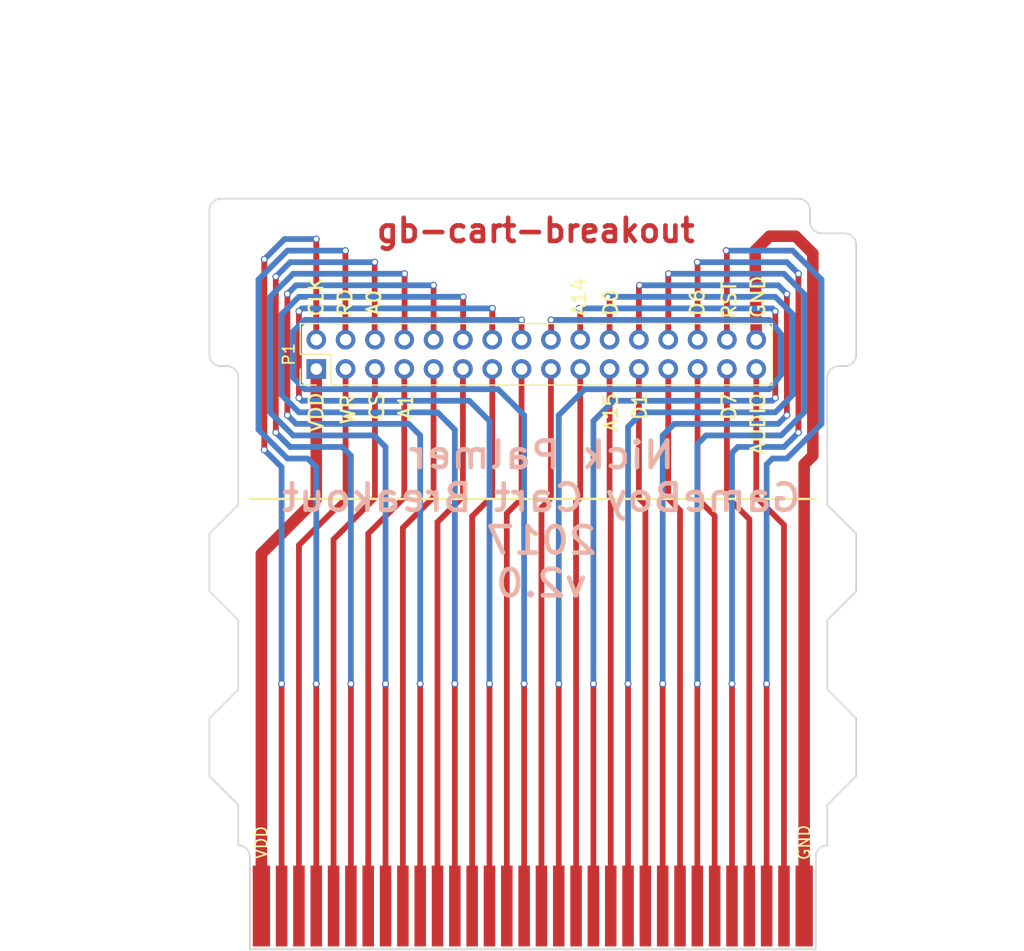
<source format=kicad_pcb>
(kicad_pcb (version 4) (host pcbnew 4.0.5)

  (general
    (links 32)
    (no_connects 0)
    (area 119.424999 42.924999 175.575001 108.075001)
    (thickness 1.6)
    (drawings 67)
    (tracks 265)
    (zones 0)
    (modules 2)
    (nets 33)
  )

  (page A4)
  (title_block
    (title "Gameboy Cartridge Breakout")
    (date 2017-03-05)
    (rev 2)
  )

  (layers
    (0 F.Cu signal)
    (31 B.Cu signal)
    (32 B.Adhes user)
    (33 F.Adhes user)
    (34 B.Paste user)
    (35 F.Paste user)
    (36 B.SilkS user)
    (37 F.SilkS user)
    (38 B.Mask user)
    (39 F.Mask user)
    (40 Dwgs.User user)
    (41 Cmts.User user)
    (42 Eco1.User user)
    (43 Eco2.User user)
    (44 Edge.Cuts user)
    (45 Margin user)
    (46 B.CrtYd user)
    (47 F.CrtYd user)
    (48 B.Fab user)
    (49 F.Fab user)
  )

  (setup
    (last_trace_width 0.5)
    (trace_clearance 0.25)
    (zone_clearance 0.508)
    (zone_45_only no)
    (trace_min 0.2)
    (segment_width 0.2)
    (edge_width 0.15)
    (via_size 0.6)
    (via_drill 0.4)
    (via_min_size 0.4)
    (via_min_drill 0.3)
    (uvia_size 0.3)
    (uvia_drill 0.1)
    (uvias_allowed no)
    (uvia_min_size 0.2)
    (uvia_min_drill 0.1)
    (pcb_text_width 0.3)
    (pcb_text_size 1.5 1.5)
    (mod_edge_width 0.15)
    (mod_text_size 1 1)
    (mod_text_width 0.15)
    (pad_size 1.5 7)
    (pad_drill 0)
    (pad_to_mask_clearance 0.2)
    (aux_axis_origin 0 0)
    (visible_elements 7FFFFFFF)
    (pcbplotparams
      (layerselection 0x010f0_80000001)
      (usegerberextensions false)
      (excludeedgelayer true)
      (linewidth 0.100000)
      (plotframeref false)
      (viasonmask false)
      (mode 1)
      (useauxorigin false)
      (hpglpennumber 1)
      (hpglpenspeed 20)
      (hpglpendiameter 15)
      (hpglpenoverlay 2)
      (psnegative false)
      (psa4output false)
      (plotreference false)
      (plotvalue false)
      (plotinvisibletext false)
      (padsonsilk false)
      (subtractmaskfromsilk false)
      (outputformat 1)
      (mirror false)
      (drillshape 0)
      (scaleselection 1)
      (outputdirectory gerbers/))
  )

  (net 0 "")
  (net 1 GND)
  (net 2 VDD)
  (net 3 CLK)
  (net 4 WR)
  (net 5 RD)
  (net 6 CS)
  (net 7 A0)
  (net 8 A1)
  (net 9 A2)
  (net 10 A3)
  (net 11 A4)
  (net 12 A5)
  (net 13 A6)
  (net 14 A7)
  (net 15 A8)
  (net 16 A9)
  (net 17 A10)
  (net 18 A11)
  (net 19 A12)
  (net 20 A13)
  (net 21 A14)
  (net 22 A15)
  (net 23 D0)
  (net 24 D1)
  (net 25 D2)
  (net 26 D3)
  (net 27 D4)
  (net 28 D5)
  (net 29 D6)
  (net 30 D7)
  (net 31 RST)
  (net 32 AUDIO)

  (net_class Default "This is the default net class."
    (clearance 0.25)
    (trace_width 0.5)
    (via_dia 0.6)
    (via_drill 0.4)
    (uvia_dia 0.3)
    (uvia_drill 0.1)
    (add_net A0)
    (add_net A1)
    (add_net A10)
    (add_net A11)
    (add_net A12)
    (add_net A13)
    (add_net A14)
    (add_net A15)
    (add_net A2)
    (add_net A3)
    (add_net A4)
    (add_net A5)
    (add_net A6)
    (add_net A7)
    (add_net A8)
    (add_net A9)
    (add_net AUDIO)
    (add_net CLK)
    (add_net CS)
    (add_net D0)
    (add_net D1)
    (add_net D2)
    (add_net D3)
    (add_net D4)
    (add_net D5)
    (add_net D6)
    (add_net D7)
    (add_net RD)
    (add_net RST)
    (add_net WR)
  )

  (net_class wide-track ""
    (clearance 0.25)
    (trace_width 1)
    (via_dia 0.6)
    (via_drill 0.4)
    (uvia_dia 0.3)
    (uvia_drill 0.1)
    (add_net GND)
    (add_net VDD)
  )

  (module Pin_Headers:Pin_Header_Straight_2x16_Pitch2.54mm (layer F.Cu) (tedit 58B71C80) (tstamp 589BB9BD)
    (at 128.75 57.75 90)
    (descr "Through hole straight pin header, 2x16, 2.54mm pitch, double rows")
    (tags "Through hole pin header THT 2x16 2.54mm double row")
    (path /589B8E32)
    (fp_text reference P1 (at 1.27 -2.39 90) (layer F.SilkS)
      (effects (font (size 1 1) (thickness 0.15)))
    )
    (fp_text value CONN_02X16 (at -2.5 19.25 180) (layer F.Fab)
      (effects (font (size 1 1) (thickness 0.15)))
    )
    (fp_line (start -1.27 -1.27) (end -1.27 39.37) (layer F.Fab) (width 0.1))
    (fp_line (start -1.27 39.37) (end 3.81 39.37) (layer F.Fab) (width 0.1))
    (fp_line (start 3.81 39.37) (end 3.81 -1.27) (layer F.Fab) (width 0.1))
    (fp_line (start 3.81 -1.27) (end -1.27 -1.27) (layer F.Fab) (width 0.1))
    (fp_line (start -1.39 1.27) (end -1.39 39.49) (layer F.SilkS) (width 0.12))
    (fp_line (start -1.39 39.49) (end 3.93 39.49) (layer F.SilkS) (width 0.12))
    (fp_line (start 3.93 39.49) (end 3.93 -1.39) (layer F.SilkS) (width 0.12))
    (fp_line (start 3.93 -1.39) (end 1.27 -1.39) (layer F.SilkS) (width 0.12))
    (fp_line (start 1.27 -1.39) (end 1.27 1.27) (layer F.SilkS) (width 0.12))
    (fp_line (start 1.27 1.27) (end -1.39 1.27) (layer F.SilkS) (width 0.12))
    (fp_line (start -1.39 0) (end -1.39 -1.39) (layer F.SilkS) (width 0.12))
    (fp_line (start -1.39 -1.39) (end 0 -1.39) (layer F.SilkS) (width 0.12))
    (fp_line (start -1.6 -1.6) (end -1.6 39.7) (layer F.CrtYd) (width 0.05))
    (fp_line (start -1.6 39.7) (end 4.1 39.7) (layer F.CrtYd) (width 0.05))
    (fp_line (start 4.1 39.7) (end 4.1 -1.6) (layer F.CrtYd) (width 0.05))
    (fp_line (start 4.1 -1.6) (end -1.6 -1.6) (layer F.CrtYd) (width 0.05))
    (pad 1 thru_hole rect (at 0 0 90) (size 1.7 1.7) (drill 1) (layers *.Cu *.Mask)
      (net 2 VDD))
    (pad 2 thru_hole oval (at 2.54 0 90) (size 1.7 1.7) (drill 1) (layers *.Cu *.Mask)
      (net 3 CLK))
    (pad 3 thru_hole oval (at 0 2.54 90) (size 1.7 1.7) (drill 1) (layers *.Cu *.Mask)
      (net 4 WR))
    (pad 4 thru_hole oval (at 2.54 2.54 90) (size 1.7 1.7) (drill 1) (layers *.Cu *.Mask)
      (net 5 RD))
    (pad 5 thru_hole oval (at 0 5.08 90) (size 1.7 1.7) (drill 1) (layers *.Cu *.Mask)
      (net 6 CS))
    (pad 6 thru_hole oval (at 2.54 5.08 90) (size 1.7 1.7) (drill 1) (layers *.Cu *.Mask)
      (net 7 A0))
    (pad 7 thru_hole oval (at 0 7.62 90) (size 1.7 1.7) (drill 1) (layers *.Cu *.Mask)
      (net 8 A1))
    (pad 8 thru_hole oval (at 2.54 7.62 90) (size 1.7 1.7) (drill 1) (layers *.Cu *.Mask)
      (net 9 A2))
    (pad 9 thru_hole oval (at 0 10.16 90) (size 1.7 1.7) (drill 1) (layers *.Cu *.Mask)
      (net 10 A3))
    (pad 10 thru_hole oval (at 2.54 10.16 90) (size 1.7 1.7) (drill 1) (layers *.Cu *.Mask)
      (net 11 A4))
    (pad 11 thru_hole oval (at 0 12.7 90) (size 1.7 1.7) (drill 1) (layers *.Cu *.Mask)
      (net 12 A5))
    (pad 12 thru_hole oval (at 2.54 12.7 90) (size 1.7 1.7) (drill 1) (layers *.Cu *.Mask)
      (net 13 A6))
    (pad 13 thru_hole oval (at 0 15.24 90) (size 1.7 1.7) (drill 1) (layers *.Cu *.Mask)
      (net 14 A7))
    (pad 14 thru_hole oval (at 2.54 15.24 90) (size 1.7 1.7) (drill 1) (layers *.Cu *.Mask)
      (net 15 A8))
    (pad 15 thru_hole oval (at 0 17.78 90) (size 1.7 1.7) (drill 1) (layers *.Cu *.Mask)
      (net 16 A9))
    (pad 16 thru_hole oval (at 2.54 17.78 90) (size 1.7 1.7) (drill 1) (layers *.Cu *.Mask)
      (net 17 A10))
    (pad 17 thru_hole oval (at 0 20.32 90) (size 1.7 1.7) (drill 1) (layers *.Cu *.Mask)
      (net 18 A11))
    (pad 18 thru_hole oval (at 2.54 20.32 90) (size 1.7 1.7) (drill 1) (layers *.Cu *.Mask)
      (net 19 A12))
    (pad 19 thru_hole oval (at 0 22.86 90) (size 1.7 1.7) (drill 1) (layers *.Cu *.Mask)
      (net 20 A13))
    (pad 20 thru_hole oval (at 2.54 22.86 90) (size 1.7 1.7) (drill 1) (layers *.Cu *.Mask)
      (net 21 A14))
    (pad 21 thru_hole oval (at 0 25.4 90) (size 1.7 1.7) (drill 1) (layers *.Cu *.Mask)
      (net 22 A15))
    (pad 22 thru_hole oval (at 2.54 25.4 90) (size 1.7 1.7) (drill 1) (layers *.Cu *.Mask)
      (net 23 D0))
    (pad 23 thru_hole oval (at 0 27.94 90) (size 1.7 1.7) (drill 1) (layers *.Cu *.Mask)
      (net 24 D1))
    (pad 24 thru_hole oval (at 2.54 27.94 90) (size 1.7 1.7) (drill 1) (layers *.Cu *.Mask)
      (net 25 D2))
    (pad 25 thru_hole oval (at 0 30.48 90) (size 1.7 1.7) (drill 1) (layers *.Cu *.Mask)
      (net 26 D3))
    (pad 26 thru_hole oval (at 2.54 30.48 90) (size 1.7 1.7) (drill 1) (layers *.Cu *.Mask)
      (net 27 D4))
    (pad 27 thru_hole oval (at 0 33.02 90) (size 1.7 1.7) (drill 1) (layers *.Cu *.Mask)
      (net 28 D5))
    (pad 28 thru_hole oval (at 2.54 33.02 90) (size 1.7 1.7) (drill 1) (layers *.Cu *.Mask)
      (net 29 D6))
    (pad 29 thru_hole oval (at 0 35.56 90) (size 1.7 1.7) (drill 1) (layers *.Cu *.Mask)
      (net 30 D7))
    (pad 30 thru_hole oval (at 2.54 35.56 90) (size 1.7 1.7) (drill 1) (layers *.Cu *.Mask)
      (net 31 RST))
    (pad 31 thru_hole oval (at 0 38.1 90) (size 1.7 1.7) (drill 1) (layers *.Cu *.Mask)
      (net 32 AUDIO))
    (pad 32 thru_hole oval (at 2.54 38.1 90) (size 1.7 1.7) (drill 1) (layers *.Cu *.Mask)
      (net 1 GND))
    (model Socket_Strips.3dshapes/Socket_Strip_Straight_2x16.wrl
      (at (xyz 0.05 -0.75 0))
      (scale (xyz 1 1 1))
      (rotate (xyz 0 0 90))
    )
  )

  (module GameBoy:gb-cart-connector (layer F.Cu) (tedit 58B70941) (tstamp 589BB989)
    (at 146.75 100.75)
    (path /589BA275)
    (fp_text reference CART1 (at -1.25 -1) (layer F.SilkS) hide
      (effects (font (size 1 1) (thickness 0.15)))
    )
    (fp_text value gb-cart (at -0.5 8) (layer F.Fab) hide
      (effects (font (size 1 1) (thickness 0.15)))
    )
    (fp_text user GND (at 24.25 -2 90) (layer F.SilkS)
      (effects (font (size 1 1) (thickness 0.15)))
    )
    (fp_text user VDD (at -22.75 -2 90) (layer F.SilkS)
      (effects (font (size 1 1) (thickness 0.15)))
    )
    (pad 32 connect rect (at 24.25 3.5) (size 1.5 7) (layers F.Cu F.Mask)
      (net 1 GND) (solder_mask_margin 0.5) (clearance 0.25))
    (pad 1 connect rect (at -22.75 3.5) (size 1.5 7) (layers F.Cu F.Mask)
      (net 2 VDD) (solder_mask_margin 0.5) (clearance 0.25))
    (pad 2 connect rect (at -21 3.5) (size 1 7) (layers F.Cu F.Mask)
      (net 3 CLK) (solder_mask_margin 0.5) (clearance 0.25))
    (pad 3 connect rect (at -19.5 3.5) (size 1 7) (layers F.Cu F.Mask)
      (net 4 WR) (solder_mask_margin 0.5) (clearance 0.25))
    (pad 4 connect rect (at -18 3.5) (size 1 7) (layers F.Cu F.Mask)
      (net 5 RD) (solder_mask_margin 0.5) (clearance 0.25))
    (pad 5 connect rect (at -16.5 3.5) (size 1 7) (layers F.Cu F.Mask)
      (net 6 CS) (solder_mask_margin 0.5) (clearance 0.25))
    (pad 6 connect rect (at -15 3.5) (size 1 7) (layers F.Cu F.Mask)
      (net 7 A0) (solder_mask_margin 0.5) (clearance 0.25))
    (pad 7 connect rect (at -13.5 3.5) (size 1 7) (layers F.Cu F.Mask)
      (net 8 A1) (solder_mask_margin 0.5) (clearance 0.25))
    (pad 8 connect rect (at -12 3.5) (size 1 7) (layers F.Cu F.Mask)
      (net 9 A2) (solder_mask_margin 0.5) (clearance 0.25))
    (pad 9 connect rect (at -10.5 3.5) (size 1 7) (layers F.Cu F.Mask)
      (net 10 A3) (solder_mask_margin 0.5) (clearance 0.25))
    (pad 10 connect rect (at -9 3.5) (size 1 7) (layers F.Cu F.Mask)
      (net 11 A4) (solder_mask_margin 0.5) (clearance 0.25))
    (pad 11 connect rect (at -7.5 3.5) (size 1 7) (layers F.Cu F.Mask)
      (net 12 A5) (solder_mask_margin 0.5) (clearance 0.25))
    (pad 12 connect rect (at -6 3.5) (size 1 7) (layers F.Cu F.Mask)
      (net 13 A6) (solder_mask_margin 0.5) (clearance 0.25))
    (pad 13 connect rect (at -4.5 3.5) (size 1 7) (layers F.Cu F.Mask)
      (net 14 A7) (solder_mask_margin 0.5) (clearance 0.25))
    (pad 14 connect rect (at -3 3.5) (size 1 7) (layers F.Cu F.Mask)
      (net 15 A8) (solder_mask_margin 0.5) (clearance 0.25))
    (pad 15 connect rect (at -1.5 3.5) (size 1 7) (layers F.Cu F.Mask)
      (net 16 A9) (solder_mask_margin 0.5) (clearance 0.25))
    (pad 16 connect rect (at 0 3.5) (size 1 7) (layers F.Cu F.Mask)
      (net 17 A10) (solder_mask_margin 0.5) (clearance 0.25))
    (pad 17 connect rect (at 1.5 3.5) (size 1 7) (layers F.Cu F.Mask)
      (net 18 A11) (solder_mask_margin 0.5) (clearance 0.25))
    (pad 18 connect rect (at 3 3.5) (size 1 7) (layers F.Cu F.Mask)
      (net 19 A12) (solder_mask_margin 0.5) (clearance 0.25))
    (pad 19 connect rect (at 4.5 3.5) (size 1 7) (layers F.Cu F.Mask)
      (net 20 A13) (solder_mask_margin 0.5) (clearance 0.25))
    (pad 20 connect rect (at 6 3.5) (size 1 7) (layers F.Cu F.Mask)
      (net 21 A14) (solder_mask_margin 0.5) (clearance 0.25))
    (pad 21 connect rect (at 7.5 3.5) (size 1 7) (layers F.Cu F.Mask)
      (net 22 A15) (solder_mask_margin 0.5) (clearance 0.25))
    (pad 22 connect rect (at 9 3.5) (size 1 7) (layers F.Cu F.Mask)
      (net 23 D0) (solder_mask_margin 0.5) (clearance 0.25))
    (pad 23 connect rect (at 10.5 3.5) (size 1 7) (layers F.Cu F.Mask)
      (net 24 D1) (solder_mask_margin 0.5) (clearance 0.25))
    (pad 24 connect rect (at 12 3.5) (size 1 7) (layers F.Cu F.Mask)
      (net 25 D2) (solder_mask_margin 0.5) (clearance 0.25))
    (pad 25 connect rect (at 13.5 3.5) (size 1 7) (layers F.Cu F.Mask)
      (net 26 D3) (solder_mask_margin 0.5) (clearance 0.25))
    (pad 26 connect rect (at 15 3.5) (size 1 7) (layers F.Cu F.Mask)
      (net 27 D4) (solder_mask_margin 0.5) (clearance 0.25))
    (pad 27 connect rect (at 16.5 3.5) (size 1 7) (layers F.Cu F.Mask)
      (net 28 D5) (solder_mask_margin 0.5) (clearance 0.25))
    (pad 28 connect rect (at 18 3.5) (size 1 7) (layers F.Cu F.Mask)
      (net 29 D6) (solder_mask_margin 0.5) (clearance 0.25))
    (pad 29 connect rect (at 19.5 3.5) (size 1 7) (layers F.Cu F.Mask)
      (net 30 D7) (solder_mask_margin 0.5) (clearance 0.25))
    (pad 30 connect rect (at 21 3.5) (size 1 7) (layers F.Cu F.Mask)
      (net 31 RST) (solder_mask_margin 0.5) (clearance 0.25))
    (pad 31 connect rect (at 22.5 3.5) (size 1 7) (layers F.Cu F.Mask)
      (net 32 AUDIO) (solder_mask_margin 0.5) (clearance 0.25))
  )

  (gr_text gb-cart-breakout (at 147.75 45.75) (layer F.Mask)
    (effects (font (size 2 2) (thickness 0.375)))
  )
  (gr_text gb-cart-breakout (at 147.75 45.75) (layer F.Cu)
    (effects (font (size 2 2) (thickness 0.4)))
  )
  (gr_text "Nick Palmer\nGameBoy Cart Breakout\n2017\nv2.0" (at 148.25 70.75) (layer B.SilkS)
    (effects (font (size 2.3 2.5) (thickness 0.4)) (justify mirror))
  )
  (gr_text AUDIO (at 167 62.5 90) (layer F.SilkS)
    (effects (font (size 1.2 1.2) (thickness 0.2)))
  )
  (gr_text D7 (at 164.5 61 90) (layer F.SilkS)
    (effects (font (size 1.2 1.2) (thickness 0.2)))
  )
  (gr_text D1 (at 156.75 61 90) (layer F.SilkS)
    (effects (font (size 1.2 1.2) (thickness 0.2)))
  )
  (gr_text GND (at 167 51.5 90) (layer F.SilkS)
    (effects (font (size 1.2 1.2) (thickness 0.2)))
  )
  (gr_text RST (at 164.5 50 90) (layer F.SilkS)
    (effects (font (size 1.2 1.2) (thickness 0.2)) (justify right))
  )
  (gr_text D6 (at 161.75 52 90) (layer F.SilkS)
    (effects (font (size 1.2 1.2) (thickness 0.2)))
  )
  (gr_text D0 (at 154.25 52 90) (layer F.SilkS)
    (effects (font (size 1.2 1.2) (thickness 0.2)))
  )
  (gr_text A14 (at 151.5 51.5 90) (layer F.SilkS)
    (effects (font (size 1.2 1.2) (thickness 0.2)))
  )
  (gr_text A1 (at 136.5 61 90) (layer F.SilkS)
    (effects (font (size 1.2 1.2) (thickness 0.2)))
  )
  (gr_text A15 (at 154.25 61.5 90) (layer F.SilkS)
    (effects (font (size 1.2 1.2) (thickness 0.2)))
  )
  (gr_text A0 (at 133.75 52 90) (layer F.SilkS)
    (effects (font (size 1.2 1.2) (thickness 0.2)))
  )
  (gr_text CS (at 134 61 90) (layer F.SilkS)
    (effects (font (size 1.2 1.2) (thickness 0.2)))
  )
  (gr_text WR (at 131.5 61.25 90) (layer F.SilkS)
    (effects (font (size 1.2 1.2) (thickness 0.2)))
  )
  (gr_text VDD (at 128.75 61.5 90) (layer F.SilkS)
    (effects (font (size 1.2 1.2) (thickness 0.2)))
  )
  (gr_text RD (at 131.25 52 90) (layer F.SilkS)
    (effects (font (size 1.2 1.2) (thickness 0.2)))
  )
  (gr_text CLK (at 128.75 51.5 90) (layer F.SilkS)
    (effects (font (size 1.2 1.2) (thickness 0.2)))
  )
  (gr_line (start 123 69) (end 172 69) (angle 90) (layer F.SilkS) (width 0.2))
  (dimension 28.5 (width 0.3) (layer B.Fab)
    (gr_text "28.500 mm" (at 133.25 38.15) (layer B.Fab)
      (effects (font (size 1.5 1.5) (thickness 0.3)))
    )
    (feature1 (pts (xy 147.5 43) (xy 147.5 36.8)))
    (feature2 (pts (xy 119 43) (xy 119 36.8)))
    (crossbar (pts (xy 119 39.5) (xy 147.5 39.5)))
    (arrow1a (pts (xy 147.5 39.5) (xy 146.373496 40.086421)))
    (arrow1b (pts (xy 147.5 39.5) (xy 146.373496 38.913579)))
    (arrow2a (pts (xy 119 39.5) (xy 120.126504 40.086421)))
    (arrow2b (pts (xy 119 39.5) (xy 120.126504 38.913579)))
  )
  (gr_line (start 122 58.5) (end 122 69) (angle 90) (layer Edge.Cuts) (width 0.15))
  (gr_line (start 120.5 57.5) (end 121 57.5) (angle 90) (layer Edge.Cuts) (width 0.15))
  (gr_line (start 119.5 44) (end 119.5 56.5) (angle 90) (layer Edge.Cuts) (width 0.15))
  (gr_arc (start 121 58.5) (end 121 57.5) (angle 90) (layer Edge.Cuts) (width 0.15))
  (gr_arc (start 120.5 56.5) (end 120.5 57.5) (angle 90) (layer Edge.Cuts) (width 0.15))
  (gr_arc (start 120.5 44) (end 119.5 44) (angle 90) (layer Edge.Cuts) (width 0.15))
  (gr_line (start 170.5 43) (end 120.5 43) (angle 90) (layer Edge.Cuts) (width 0.15))
  (gr_line (start 171.5 45) (end 171.5 44) (angle 90) (layer Edge.Cuts) (width 0.15))
  (gr_line (start 174.5 46) (end 172.5 46) (angle 90) (layer Edge.Cuts) (width 0.15))
  (gr_line (start 175.5 56.5) (end 175.5 47) (angle 90) (layer Edge.Cuts) (width 0.15))
  (gr_line (start 174 57.5) (end 174.5 57.5) (angle 90) (layer Edge.Cuts) (width 0.15))
  (gr_arc (start 170.5 44) (end 170.5 43) (angle 90) (layer Edge.Cuts) (width 0.15))
  (gr_arc (start 172.5 45) (end 172.5 46) (angle 90) (layer Edge.Cuts) (width 0.15))
  (gr_arc (start 174.5 47) (end 174.5 46) (angle 90) (layer Edge.Cuts) (width 0.15))
  (gr_arc (start 174.5 56.5) (end 175.5 56.5) (angle 90) (layer Edge.Cuts) (width 0.15))
  (gr_line (start 173 69) (end 173 58.5) (angle 90) (layer Edge.Cuts) (width 0.15))
  (gr_arc (start 174 58.5) (end 173 58.5) (angle 90) (layer Edge.Cuts) (width 0.15))
  (gr_line (start 173 69.5) (end 173 69) (angle 90) (layer Edge.Cuts) (width 0.15))
  (gr_line (start 122 69.5) (end 122 69) (angle 90) (layer Edge.Cuts) (width 0.15))
  (gr_line (start 119.5 72) (end 122 69.5) (angle 90) (layer Edge.Cuts) (width 0.15))
  (gr_line (start 119.5 77) (end 119.5 72) (angle 90) (layer Edge.Cuts) (width 0.15))
  (gr_line (start 122 79.5) (end 119.5 77) (angle 90) (layer Edge.Cuts) (width 0.15))
  (gr_line (start 122 85.5) (end 122 79.5) (angle 90) (layer Edge.Cuts) (width 0.15))
  (gr_line (start 119.5 88) (end 122 85.5) (angle 90) (layer Edge.Cuts) (width 0.15))
  (gr_line (start 119.5 93) (end 119.5 88) (angle 90) (layer Edge.Cuts) (width 0.15))
  (gr_line (start 122 95.5) (end 119.5 93) (angle 90) (layer Edge.Cuts) (width 0.15))
  (gr_line (start 122 99) (end 122 95.5) (angle 90) (layer Edge.Cuts) (width 0.15))
  (gr_line (start 175.5 72) (end 173 69.5) (angle 90) (layer Edge.Cuts) (width 0.15))
  (gr_line (start 175.5 77) (end 175.5 72) (angle 90) (layer Edge.Cuts) (width 0.15))
  (gr_line (start 173 79.5) (end 175.5 77) (angle 90) (layer Edge.Cuts) (width 0.15))
  (gr_line (start 173 85.5) (end 173 79.5) (angle 90) (layer Edge.Cuts) (width 0.15))
  (gr_line (start 175.5 88) (end 173 85.5) (angle 90) (layer Edge.Cuts) (width 0.15))
  (gr_line (start 175.5 93) (end 175.5 88) (angle 90) (layer Edge.Cuts) (width 0.15))
  (gr_line (start 173 95.5) (end 175.5 93) (angle 90) (layer Edge.Cuts) (width 0.15))
  (gr_line (start 173 99) (end 173 95.5) (angle 90) (layer Edge.Cuts) (width 0.15))
  (gr_line (start 176 40) (end 176 108) (angle 90) (layer B.Fab) (width 0.2))
  (gr_line (start 119 43) (end 119 108) (angle 90) (layer B.Fab) (width 0.2))
  (dimension 65 (width 0.3) (layer F.Fab)
    (gr_text "65.000 mm" (at 107.65 75.5 270) (layer F.Fab)
      (effects (font (size 1.5 1.5) (thickness 0.3)))
    )
    (feature1 (pts (xy 119 108) (xy 106.3 108)))
    (feature2 (pts (xy 119 43) (xy 106.3 43)))
    (crossbar (pts (xy 109 43) (xy 109 108)))
    (arrow1a (pts (xy 109 108) (xy 108.413579 106.873496)))
    (arrow1b (pts (xy 109 108) (xy 109.586421 106.873496)))
    (arrow2a (pts (xy 109 43) (xy 108.413579 44.126504)))
    (arrow2b (pts (xy 109 43) (xy 109.586421 44.126504)))
  )
  (dimension 3 (width 0.3) (layer F.Fab)
    (gr_text "3.000 mm" (at 190.5 44 90) (layer F.Fab) (tstamp 589BAC14)
      (effects (font (size 1.5 1.5) (thickness 0.3)))
    )
    (feature1 (pts (xy 176 43) (xy 188.7 43)))
    (feature2 (pts (xy 176 46) (xy 188.7 46)))
    (crossbar (pts (xy 186 46) (xy 186 43)))
    (arrow1a (pts (xy 186 43) (xy 186.586421 44.126504)))
    (arrow1b (pts (xy 186 43) (xy 185.413579 44.126504)))
    (arrow2a (pts (xy 186 46) (xy 186.586421 44.873496)))
    (arrow2b (pts (xy 186 46) (xy 185.413579 44.873496)))
  )
  (dimension 4.5 (width 0.3) (layer F.Fab)
    (gr_text "4.500 mm" (at 175 35) (layer F.Fab)
      (effects (font (size 1.5 1.5) (thickness 0.3)))
    )
    (feature1 (pts (xy 171.5 43) (xy 171.5 36.8)))
    (feature2 (pts (xy 176 43) (xy 176 36.8)))
    (crossbar (pts (xy 176 39.5) (xy 171.5 39.5)))
    (arrow1a (pts (xy 171.5 39.5) (xy 172.626504 38.913579)))
    (arrow1b (pts (xy 171.5 39.5) (xy 172.626504 40.086421)))
    (arrow2a (pts (xy 176 39.5) (xy 174.873496 38.913579)))
    (arrow2b (pts (xy 176 39.5) (xy 174.873496 40.086421)))
  )
  (dimension 57 (width 0.3) (layer F.Fab)
    (gr_text "57.000 mm" (at 147.5 27.65) (layer F.Fab)
      (effects (font (size 1.5 1.5) (thickness 0.3)))
    )
    (feature1 (pts (xy 119 43) (xy 119 26.3)))
    (feature2 (pts (xy 176 43) (xy 176 26.3)))
    (crossbar (pts (xy 176 29) (xy 119 29)))
    (arrow1a (pts (xy 119 29) (xy 120.126504 28.413579)))
    (arrow1b (pts (xy 119 29) (xy 120.126504 29.586421)))
    (arrow2a (pts (xy 176 29) (xy 174.873496 28.413579)))
    (arrow2b (pts (xy 176 29) (xy 174.873496 29.586421)))
  )
  (gr_arc (start 173 100) (end 172 100) (angle 90) (layer Edge.Cuts) (width 0.15))
  (gr_arc (start 122 100) (end 122 99) (angle 90) (layer Edge.Cuts) (width 0.15))
  (gr_line (start 172 108) (end 172 100) (angle 90) (layer Edge.Cuts) (width 0.15))
  (gr_line (start 123 108) (end 123 100) (angle 90) (layer Edge.Cuts) (width 0.15))
  (gr_line (start 123 108) (end 172 108) (angle 90) (layer Edge.Cuts) (width 0.15))

  (segment (start 171 104.25) (end 171 66) (width 1) (layer F.Cu) (net 1))
  (segment (start 171 66) (end 171.75 65.25) (width 1) (layer F.Cu) (net 1) (tstamp 58BC6E06))
  (segment (start 171.75 65.25) (end 171.75 47.75) (width 1) (layer F.Cu) (net 1) (tstamp 58BC6E0C))
  (segment (start 171.75 47.75) (end 170.25 46.25) (width 1) (layer F.Cu) (net 1) (tstamp 58BC6E18))
  (segment (start 170.25 46.25) (end 168 46.25) (width 1) (layer F.Cu) (net 1) (tstamp 58BC6E1C))
  (segment (start 166.75 47.5) (end 166.85 55.21) (width 1) (layer F.Cu) (net 1) (tstamp 58BC6E23))
  (segment (start 168 46.25) (end 166.75 47.5) (width 1) (layer F.Cu) (net 1) (tstamp 58BC6E1F))
  (segment (start 124 73.75) (end 124 104.25) (width 1) (layer F.Cu) (net 2) (tstamp 58B711E3))
  (segment (start 128.75 69) (end 124 73.75) (width 1) (layer F.Cu) (net 2) (tstamp 58B711DF))
  (segment (start 128.75 57.75) (end 128.75 69) (width 1) (layer F.Cu) (net 2))
  (segment (start 128.75 46.5) (end 128.75 55.21) (width 0.5) (layer F.Cu) (net 3) (tstamp 58B7156C))
  (via (at 128.75 46.5) (size 0.6) (drill 0.4) (layers F.Cu B.Cu) (net 3))
  (segment (start 126 46.5) (end 128.75 46.5) (width 0.5) (layer B.Cu) (net 3) (tstamp 58B71564))
  (segment (start 124.25 48.25) (end 126 46.5) (width 0.5) (layer B.Cu) (net 3) (tstamp 58B71563))
  (via (at 124.25 48.25) (size 0.6) (drill 0.4) (layers F.Cu B.Cu) (net 3))
  (segment (start 124.25 64.75) (end 124.25 48.25) (width 0.5) (layer F.Cu) (net 3) (tstamp 58B71550))
  (via (at 124.25 64.75) (size 0.6) (drill 0.4) (layers F.Cu B.Cu) (net 3))
  (segment (start 125.75 66.25) (end 124.25 64.75) (width 0.5) (layer B.Cu) (net 3) (tstamp 58B7153C))
  (segment (start 125.75 69) (end 125.75 66.25) (width 0.5) (layer B.Cu) (net 3))
  (segment (start 125.75 85) (end 125.75 69) (width 0.5) (layer B.Cu) (net 3) (tstamp 58B70F0A))
  (via (at 125.75 85) (size 0.6) (drill 0.4) (layers F.Cu B.Cu) (net 3))
  (segment (start 125.75 104.25) (end 125.75 85) (width 0.5) (layer F.Cu) (net 3))
  (segment (start 127.25 73) (end 127.25 104.25) (width 0.5) (layer F.Cu) (net 4) (tstamp 58B70EAB))
  (segment (start 131.29 68.96) (end 127.25 73) (width 0.5) (layer F.Cu) (net 4) (tstamp 58B70EAA))
  (segment (start 131.29 57.75) (end 131.29 68.96) (width 0.5) (layer F.Cu) (net 4))
  (segment (start 131.27 55.19) (end 131.27 47.5) (width 0.5) (layer F.Cu) (net 5))
  (segment (start 126.25 47.5) (end 131.27 47.5) (width 0.5) (layer B.Cu) (net 5) (tstamp 58B714F9))
  (via (at 131.27 47.5) (size 0.6) (drill 0.4) (layers F.Cu B.Cu) (net 5))
  (segment (start 126.25 65.5) (end 123.75 63) (width 0.5) (layer B.Cu) (net 5) (tstamp 58B714E3))
  (segment (start 123.75 63) (end 123.75 50) (width 0.5) (layer B.Cu) (net 5) (tstamp 58B714EA))
  (segment (start 123.75 50) (end 126.25 47.5) (width 0.5) (layer B.Cu) (net 5) (tstamp 58B714F4))
  (segment (start 131.27 55.19) (end 131.29 55.21) (width 0.5) (layer F.Cu) (net 5) (tstamp 58B718C0))
  (segment (start 128.75 66.25) (end 128 65.5) (width 0.5) (layer B.Cu) (net 5) (tstamp 58B714DB))
  (segment (start 128 65.5) (end 126.25 65.5) (width 0.5) (layer B.Cu) (net 5) (tstamp 58B714DF))
  (segment (start 128.75 85) (end 128.75 104.25) (width 0.5) (layer F.Cu) (net 5))
  (segment (start 128.75 85) (end 128.75 69) (width 0.5) (layer B.Cu) (net 5) (tstamp 58B70F34))
  (via (at 128.75 85) (size 0.6) (drill 0.4) (layers F.Cu B.Cu) (net 5))
  (segment (start 128.75 69) (end 128.75 66.25) (width 0.5) (layer B.Cu) (net 5))
  (segment (start 130.25 72.5) (end 130.25 104.25) (width 0.5) (layer F.Cu) (net 6) (tstamp 58B70EB9))
  (segment (start 133.83 68.92) (end 130.25 72.5) (width 0.5) (layer F.Cu) (net 6) (tstamp 58B70EB8))
  (segment (start 133.83 57.75) (end 133.83 68.92) (width 0.5) (layer F.Cu) (net 6))
  (segment (start 133.81 55.19) (end 133.81 48.5) (width 0.5) (layer F.Cu) (net 7))
  (via (at 133.81 48.5) (size 0.6) (drill 0.4) (layers F.Cu B.Cu) (net 7))
  (segment (start 126.5 48.5) (end 133.81 48.5) (width 0.5) (layer B.Cu) (net 7) (tstamp 58B714BE))
  (segment (start 133.81 55.19) (end 133.83 55.21) (width 0.5) (layer F.Cu) (net 7) (tstamp 58B718A3))
  (segment (start 125.25 49.75) (end 126.5 48.5) (width 0.5) (layer B.Cu) (net 7) (tstamp 58B714BD))
  (via (at 125.25 49.75) (size 0.6) (drill 0.4) (layers F.Cu B.Cu) (net 7))
  (segment (start 125.25 63.25) (end 125.25 49.75) (width 0.5) (layer F.Cu) (net 7) (tstamp 58B714B2))
  (segment (start 131.75 65.25) (end 131 64.5) (width 0.5) (layer B.Cu) (net 7) (tstamp 58B71491))
  (segment (start 131.75 85) (end 131.75 104.25) (width 0.5) (layer F.Cu) (net 7))
  (segment (start 131.75 85) (end 131.75 69) (width 0.5) (layer B.Cu) (net 7) (tstamp 58B70F4A))
  (via (at 131.75 85) (size 0.6) (drill 0.4) (layers F.Cu B.Cu) (net 7))
  (segment (start 131.75 69) (end 131.75 65.25) (width 0.5) (layer B.Cu) (net 7))
  (segment (start 131 64.5) (end 126.5 64.5) (width 0.5) (layer B.Cu) (net 7) (tstamp 58B71499))
  (segment (start 126.5 64.5) (end 125.25 63.25) (width 0.5) (layer B.Cu) (net 7) (tstamp 58B7149E))
  (via (at 125.25 63.25) (size 0.6) (drill 0.4) (layers F.Cu B.Cu) (net 7))
  (segment (start 133.25 72) (end 133.25 104.25) (width 0.5) (layer F.Cu) (net 8) (tstamp 58B70EBE))
  (segment (start 136.37 68.88) (end 133.25 72) (width 0.5) (layer F.Cu) (net 8) (tstamp 58B70EBD))
  (segment (start 136.37 57.75) (end 136.37 68.88) (width 0.5) (layer F.Cu) (net 8))
  (segment (start 136.4 55.18) (end 136.4 49.5) (width 0.5) (layer F.Cu) (net 9))
  (via (at 136.4 49.5) (size 0.6) (drill 0.4) (layers F.Cu B.Cu) (net 9))
  (segment (start 126.75 49.5) (end 136.4 49.5) (width 0.5) (layer B.Cu) (net 9) (tstamp 58B71450))
  (segment (start 136.4 55.18) (end 136.37 55.21) (width 0.5) (layer F.Cu) (net 9) (tstamp 58B717E6))
  (segment (start 124.75 51.5) (end 126.75 49.5) (width 0.5) (layer B.Cu) (net 9) (tstamp 58B7144B))
  (segment (start 124.75 61.5) (end 124.75 51.5) (width 0.5) (layer B.Cu) (net 9) (tstamp 58B71440))
  (segment (start 126.75 63.5) (end 124.75 61.5) (width 0.5) (layer B.Cu) (net 9) (tstamp 58B71435))
  (segment (start 134.75 64.5) (end 133.75 63.5) (width 0.5) (layer B.Cu) (net 9) (tstamp 58B71429))
  (segment (start 134.75 85) (end 134.75 104.25) (width 0.5) (layer F.Cu) (net 9))
  (segment (start 134.75 85) (end 134.75 69) (width 0.5) (layer B.Cu) (net 9) (tstamp 58B70F5B))
  (via (at 134.75 85) (size 0.6) (drill 0.4) (layers F.Cu B.Cu) (net 9))
  (segment (start 134.75 69) (end 134.75 64.5) (width 0.5) (layer B.Cu) (net 9))
  (segment (start 133.75 63.5) (end 126.75 63.5) (width 0.5) (layer B.Cu) (net 9) (tstamp 58B7142F))
  (segment (start 136.25 71.5) (end 136.25 104.25) (width 0.5) (layer F.Cu) (net 10) (tstamp 58B70EC3))
  (segment (start 138.91 68.84) (end 136.25 71.5) (width 0.5) (layer F.Cu) (net 10) (tstamp 58B70EC2))
  (segment (start 138.91 57.75) (end 138.91 68.84) (width 0.5) (layer F.Cu) (net 10))
  (segment (start 138.91 55.21) (end 138.91 50.51) (width 0.5) (layer F.Cu) (net 11))
  (via (at 138.9 50.5) (size 0.6) (drill 0.4) (layers F.Cu B.Cu) (net 11))
  (segment (start 127 50.5) (end 138.9 50.5) (width 0.5) (layer B.Cu) (net 11) (tstamp 58B713FA))
  (segment (start 138.91 50.51) (end 138.9 50.5) (width 0.5) (layer F.Cu) (net 11) (tstamp 58B717B6))
  (segment (start 126.25 51.25) (end 127 50.5) (width 0.5) (layer B.Cu) (net 11) (tstamp 58B713F9))
  (via (at 126.25 51.25) (size 0.6) (drill 0.4) (layers F.Cu B.Cu) (net 11))
  (segment (start 126.25 61.75) (end 126.25 51.25) (width 0.5) (layer F.Cu) (net 11) (tstamp 58B713F1))
  (segment (start 137.75 63.5) (end 136.75 62.5) (width 0.5) (layer B.Cu) (net 11) (tstamp 58B713D1))
  (segment (start 137.75 85) (end 137.75 104.25) (width 0.5) (layer F.Cu) (net 11))
  (segment (start 137.75 85) (end 137.75 69) (width 0.5) (layer B.Cu) (net 11) (tstamp 58B70FBE))
  (via (at 137.75 85) (size 0.6) (drill 0.4) (layers F.Cu B.Cu) (net 11))
  (segment (start 137.75 69) (end 137.75 63.5) (width 0.5) (layer B.Cu) (net 11))
  (segment (start 136.75 62.5) (end 127 62.5) (width 0.5) (layer B.Cu) (net 11) (tstamp 58B713DC))
  (segment (start 127 62.5) (end 126.25 61.75) (width 0.5) (layer B.Cu) (net 11) (tstamp 58B713E9))
  (via (at 126.25 61.75) (size 0.6) (drill 0.4) (layers F.Cu B.Cu) (net 11))
  (segment (start 139.25 71) (end 139.25 104.25) (width 0.5) (layer F.Cu) (net 12) (tstamp 58B70EC8))
  (segment (start 141.45 68.8) (end 139.25 71) (width 0.5) (layer F.Cu) (net 12) (tstamp 58B70EC7))
  (segment (start 141.45 57.75) (end 141.45 68.8) (width 0.5) (layer F.Cu) (net 12))
  (segment (start 141.47 55.19) (end 141.47 51.5) (width 0.5) (layer F.Cu) (net 13))
  (segment (start 127.25 51.5) (end 141.47 51.5) (width 0.5) (layer B.Cu) (net 13) (tstamp 58B71308))
  (segment (start 125.75 53) (end 127.25 51.5) (width 0.5) (layer B.Cu) (net 13) (tstamp 58B71304))
  (segment (start 125.75 60) (end 125.75 53) (width 0.5) (layer B.Cu) (net 13) (tstamp 58B712EE))
  (segment (start 127.25 61.5) (end 125.75 60) (width 0.5) (layer B.Cu) (net 13) (tstamp 58B712E9))
  (segment (start 139.25 61.5) (end 127.25 61.5) (width 0.5) (layer B.Cu) (net 13) (tstamp 58B712DF))
  (segment (start 140.75 69) (end 140.75 63) (width 0.5) (layer B.Cu) (net 13))
  (segment (start 140.75 85) (end 140.75 69) (width 0.5) (layer B.Cu) (net 13) (tstamp 58B70FB1))
  (via (at 141.47 51.5) (size 0.6) (drill 0.4) (layers F.Cu B.Cu) (net 13))
  (segment (start 140.75 63) (end 139.25 61.5) (width 0.5) (layer B.Cu) (net 13) (tstamp 58B712D8))
  (segment (start 141.47 55.19) (end 141.45 55.21) (width 0.5) (layer F.Cu) (net 13) (tstamp 58B71872))
  (via (at 140.75 85) (size 0.6) (drill 0.4) (layers F.Cu B.Cu) (net 13))
  (segment (start 140.75 85) (end 140.75 104.25) (width 0.5) (layer F.Cu) (net 13))
  (segment (start 142.25 70.5) (end 142.25 104.25) (width 0.5) (layer F.Cu) (net 14) (tstamp 58B70ECD))
  (segment (start 143.99 68.76) (end 142.25 70.5) (width 0.5) (layer F.Cu) (net 14) (tstamp 58B70ECC))
  (segment (start 143.99 57.75) (end 143.99 68.76) (width 0.5) (layer F.Cu) (net 14))
  (segment (start 127.5 52.5) (end 144 52.5) (width 0.5) (layer B.Cu) (net 15) (tstamp 58B7126F))
  (segment (start 127.25 52.75) (end 127.5 52.5) (width 0.5) (layer B.Cu) (net 15) (tstamp 58B7126E))
  (via (at 127.25 52.75) (size 0.6) (drill 0.4) (layers F.Cu B.Cu) (net 15))
  (segment (start 143.99 52.51) (end 143.99 55.21) (width 0.5) (layer F.Cu) (net 15) (tstamp 58B7127E))
  (segment (start 144 52.5) (end 143.99 52.51) (width 0.5) (layer F.Cu) (net 15) (tstamp 58B7127D))
  (via (at 144 52.5) (size 0.6) (drill 0.4) (layers F.Cu B.Cu) (net 15))
  (segment (start 127.25 60.25) (end 127.25 52.75) (width 0.5) (layer F.Cu) (net 15))
  (via (at 127.25 60.25) (size 0.6) (drill 0.4) (layers F.Cu B.Cu) (net 15))
  (segment (start 127.5 60.5) (end 127.25 60.25) (width 0.5) (layer B.Cu) (net 15) (tstamp 58B7122C))
  (segment (start 142 60.5) (end 127.5 60.5) (width 0.5) (layer B.Cu) (net 15) (tstamp 58B71225))
  (segment (start 143.75 62.25) (end 142 60.5) (width 0.5) (layer B.Cu) (net 15) (tstamp 58B7121C))
  (segment (start 143.75 69) (end 143.75 62.25) (width 0.5) (layer B.Cu) (net 15) (tstamp 58B71218))
  (segment (start 143.75 85) (end 143.75 69) (width 0.5) (layer B.Cu) (net 15) (tstamp 58B71217))
  (via (at 143.75 85) (size 0.6) (drill 0.4) (layers F.Cu B.Cu) (net 15))
  (segment (start 143.75 104.25) (end 143.75 85) (width 0.5) (layer F.Cu) (net 15))
  (segment (start 145.25 70.25) (end 145.25 104.25) (width 0.5) (layer F.Cu) (net 16) (tstamp 58B70ED1))
  (segment (start 146.53 68.97) (end 145.25 70.25) (width 0.5) (layer F.Cu) (net 16) (tstamp 58B70ED0))
  (segment (start 146.53 57.75) (end 146.53 68.97) (width 0.5) (layer F.Cu) (net 16))
  (segment (start 146.53 53.5) (end 146.53 55.21) (width 0.5) (layer F.Cu) (net 17))
  (segment (start 126.75 54.5) (end 127.75 53.5) (width 0.5) (layer B.Cu) (net 17) (tstamp 58B71003))
  (segment (start 126.75 58.5) (end 126.75 54.5) (width 0.5) (layer B.Cu) (net 17) (tstamp 58B70FF9))
  (segment (start 127.75 59.5) (end 126.75 58.5) (width 0.5) (layer B.Cu) (net 17) (tstamp 58B70FF5))
  (segment (start 146.53 53.5) (end 146.56 53.53) (width 0.5) (layer F.Cu) (net 17) (tstamp 58B71016))
  (via (at 146.53 53.5) (size 0.6) (drill 0.4) (layers F.Cu B.Cu) (net 17))
  (segment (start 127.75 53.5) (end 146.53 53.5) (width 0.5) (layer B.Cu) (net 17) (tstamp 58B71008))
  (segment (start 146.75 69) (end 146.75 61.75) (width 0.5) (layer B.Cu) (net 17))
  (segment (start 146.75 104.25) (end 146.75 85) (width 0.5) (layer F.Cu) (net 17))
  (via (at 146.75 85) (size 0.6) (drill 0.4) (layers F.Cu B.Cu) (net 17))
  (segment (start 146.75 85) (end 146.75 69) (width 0.5) (layer B.Cu) (net 17) (tstamp 58B70F70))
  (segment (start 144.5 59.5) (end 127.75 59.5) (width 0.5) (layer B.Cu) (net 17) (tstamp 58B70FF0))
  (segment (start 146.75 61.75) (end 144.5 59.5) (width 0.5) (layer B.Cu) (net 17) (tstamp 58B70FDD))
  (segment (start 148.25 69.75) (end 148.25 104.25) (width 0.5) (layer F.Cu) (net 18) (tstamp 58B719A0))
  (segment (start 149.07 68.93) (end 148.25 69.75) (width 0.5) (layer F.Cu) (net 18) (tstamp 58B7199B))
  (segment (start 149.07 57.75) (end 149.07 68.93) (width 0.5) (layer F.Cu) (net 18))
  (segment (start 149.75 61.75) (end 152 59.5) (width 0.5) (layer B.Cu) (net 19))
  (segment (start 149.09 55.19) (end 149.09 53.5) (width 0.5) (layer F.Cu) (net 19))
  (via (at 149.09 53.5) (size 0.6) (drill 0.4) (layers F.Cu B.Cu) (net 19))
  (segment (start 168 53.5) (end 149.09 53.5) (width 0.5) (layer B.Cu) (net 19) (tstamp 58B71A6E))
  (segment (start 169 54.75) (end 168 53.5) (width 0.5) (layer B.Cu) (net 19) (tstamp 58B71A6C))
  (segment (start 169 58.25) (end 169 54.75) (width 0.5) (layer B.Cu) (net 19) (tstamp 58B71A63))
  (segment (start 168 59.5) (end 169 58.25) (width 0.5) (layer B.Cu) (net 19) (tstamp 58B71A5F))
  (segment (start 152 59.5) (end 168 59.5) (width 0.5) (layer B.Cu) (net 19) (tstamp 58B71A4C))
  (segment (start 149.09 55.19) (end 149.07 55.21) (width 0.5) (layer F.Cu) (net 19) (tstamp 58B71ADE))
  (segment (start 149 55.14) (end 149.07 55.21) (width 0.5) (layer F.Cu) (net 19) (tstamp 58B71A92))
  (segment (start 149.75 69) (end 149.75 61.75) (width 0.5) (layer B.Cu) (net 19) (tstamp 58B71B91))
  (segment (start 149.75 85) (end 149.75 69) (width 0.5) (layer B.Cu) (net 19))
  (via (at 149.75 85) (size 0.6) (drill 0.4) (layers F.Cu B.Cu) (net 19))
  (segment (start 149.75 85) (end 149.75 104.25) (width 0.5) (layer F.Cu) (net 19))
  (segment (start 151.25 69.25) (end 151.25 104.25) (width 0.5) (layer F.Cu) (net 20) (tstamp 58B719A9))
  (segment (start 151.61 68.89) (end 151.25 69.25) (width 0.5) (layer F.Cu) (net 20) (tstamp 58B719A6))
  (segment (start 151.61 57.75) (end 151.61 68.89) (width 0.5) (layer F.Cu) (net 20))
  (segment (start 152.75 104.25) (end 152.75 85) (width 0.5) (layer F.Cu) (net 21))
  (via (at 152.75 85) (size 0.6) (drill 0.4) (layers F.Cu B.Cu) (net 21))
  (segment (start 152.75 85) (end 152.75 69) (width 0.5) (layer B.Cu) (net 21) (tstamp 58B71BBB))
  (segment (start 152.75 69) (end 152.75 62.25) (width 0.5) (layer B.Cu) (net 21) (tstamp 58B71BBC))
  (segment (start 151.61 52.61) (end 151.61 55.21) (width 0.5) (layer F.Cu) (net 21) (tstamp 58B71CD0))
  (segment (start 151.5 52.5) (end 151.61 52.61) (width 0.5) (layer F.Cu) (net 21) (tstamp 58B71CCF))
  (via (at 151.5 52.5) (size 0.6) (drill 0.4) (layers F.Cu B.Cu) (net 21))
  (segment (start 168.25 52.5) (end 151.5 52.5) (width 0.5) (layer B.Cu) (net 21) (tstamp 58B71CC0))
  (segment (start 168.5 52.75) (end 168.25 52.5) (width 0.5) (layer B.Cu) (net 21) (tstamp 58B71CBF))
  (via (at 168.5 52.75) (size 0.6) (drill 0.4) (layers F.Cu B.Cu) (net 21))
  (segment (start 168.5 60.25) (end 168.5 52.75) (width 0.5) (layer F.Cu) (net 21))
  (via (at 168.5 60.25) (size 0.6) (drill 0.4) (layers F.Cu B.Cu) (net 21))
  (segment (start 168.25 60.5) (end 168.5 60.25) (width 0.5) (layer B.Cu) (net 21) (tstamp 58B71BE0))
  (segment (start 154.5 60.5) (end 168.25 60.5) (width 0.5) (layer B.Cu) (net 21) (tstamp 58B71BDA))
  (segment (start 152.75 62.25) (end 154.5 60.5) (width 0.5) (layer B.Cu) (net 21) (tstamp 58B71BC1))
  (segment (start 154.25 69) (end 154.25 104.25) (width 0.5) (layer F.Cu) (net 22) (tstamp 58B719B5))
  (segment (start 154.15 68.9) (end 154.25 69) (width 0.5) (layer F.Cu) (net 22) (tstamp 58B719B1))
  (segment (start 154.15 57.75) (end 154.15 68.9) (width 0.5) (layer F.Cu) (net 22))
  (segment (start 168.5 51.5) (end 154 51.5) (width 0.5) (layer B.Cu) (net 23) (tstamp 58B71D4F))
  (via (at 154 51.5) (size 0.6) (drill 0.4) (layers F.Cu B.Cu) (net 23))
  (segment (start 154 51.5) (end 154.15 51.65) (width 0.5) (layer F.Cu) (net 23) (tstamp 58B71D5C))
  (segment (start 154.15 55.21) (end 154.15 51.65) (width 0.5) (layer F.Cu) (net 23) (tstamp 58B71D5D))
  (segment (start 170 53.5) (end 170 53) (width 0.5) (layer B.Cu) (net 23) (tstamp 58B71D49))
  (segment (start 170 53) (end 168.5 51.5) (width 0.5) (layer B.Cu) (net 23) (tstamp 58B71D4D))
  (segment (start 168.5 61.5) (end 157 61.5) (width 0.5) (layer B.Cu) (net 23))
  (segment (start 155.75 62.75) (end 157 61.5) (width 0.5) (layer B.Cu) (net 23) (tstamp 58B71D20))
  (segment (start 168.5 61.5) (end 170 60) (width 0.5) (layer B.Cu) (net 23) (tstamp 58B71D30))
  (segment (start 170 60) (end 170 53.75) (width 0.5) (layer B.Cu) (net 23) (tstamp 58B71D39))
  (segment (start 170 53.75) (end 170 53.5) (width 0.5) (layer B.Cu) (net 23) (tstamp 58B71D43))
  (segment (start 155.75 69) (end 155.75 62.75) (width 0.5) (layer B.Cu) (net 23) (tstamp 58B71D1B))
  (segment (start 155.75 85) (end 155.75 69) (width 0.5) (layer B.Cu) (net 23) (tstamp 58B71D1A))
  (segment (start 155.75 85) (end 155.75 104.25) (width 0.5) (layer F.Cu) (net 23))
  (via (at 155.75 85) (size 0.6) (drill 0.4) (layers F.Cu B.Cu) (net 23))
  (segment (start 157.25 69.5) (end 157.25 104.25) (width 0.5) (layer F.Cu) (net 24) (tstamp 58B719BF))
  (segment (start 156.69 68.94) (end 157.25 69.5) (width 0.5) (layer F.Cu) (net 24) (tstamp 58B719BA))
  (segment (start 156.69 57.75) (end 156.69 68.94) (width 0.5) (layer F.Cu) (net 24))
  (segment (start 156.69 50.56) (end 156.69 55.21) (width 0.5) (layer F.Cu) (net 25) (tstamp 58BC6D0A))
  (segment (start 156.75 50.5) (end 156.69 50.56) (width 0.5) (layer F.Cu) (net 25) (tstamp 58BC6D09))
  (via (at 156.75 50.5) (size 0.6) (drill 0.4) (layers F.Cu B.Cu) (net 25))
  (segment (start 168.75 50.5) (end 156.75 50.5) (width 0.5) (layer B.Cu) (net 25) (tstamp 58BC6CFE))
  (segment (start 169.5 51.25) (end 168.75 50.5) (width 0.5) (layer B.Cu) (net 25) (tstamp 58BC6CFD))
  (via (at 169.5 51.25) (size 0.6) (drill 0.4) (layers F.Cu B.Cu) (net 25))
  (segment (start 169.5 61.75) (end 169.5 51.25) (width 0.5) (layer F.Cu) (net 25))
  (segment (start 159.75 62.5) (end 168.75 62.5) (width 0.5) (layer B.Cu) (net 25) (tstamp 58B71DCB))
  (segment (start 168.75 62.5) (end 169.5 61.75) (width 0.5) (layer B.Cu) (net 25) (tstamp 58B71DCF))
  (via (at 169.5 61.75) (size 0.6) (drill 0.4) (layers F.Cu B.Cu) (net 25))
  (segment (start 158.75 69) (end 158.75 63.5) (width 0.5) (layer B.Cu) (net 25) (tstamp 58B71DC3))
  (segment (start 158.75 63.5) (end 159.75 62.5) (width 0.5) (layer B.Cu) (net 25) (tstamp 58B71DC5))
  (segment (start 158.75 85) (end 158.75 69) (width 0.5) (layer B.Cu) (net 25) (tstamp 58B71DC2))
  (via (at 158.75 85) (size 0.6) (drill 0.4) (layers F.Cu B.Cu) (net 25))
  (segment (start 158.75 104.25) (end 158.75 85) (width 0.5) (layer F.Cu) (net 25))
  (segment (start 160.25 70) (end 160.25 104.25) (width 0.5) (layer F.Cu) (net 26) (tstamp 58B719C7))
  (segment (start 159.23 68.98) (end 160.25 70) (width 0.5) (layer F.Cu) (net 26) (tstamp 58B719C4))
  (segment (start 159.23 57.75) (end 159.23 68.98) (width 0.5) (layer F.Cu) (net 26))
  (segment (start 159.23 49.52) (end 159.23 55.21) (width 0.5) (layer F.Cu) (net 27) (tstamp 58BC6CD8))
  (segment (start 159.25 49.5) (end 159.23 49.52) (width 0.5) (layer F.Cu) (net 27) (tstamp 58BC6CD7))
  (via (at 159.25 49.5) (size 0.6) (drill 0.4) (layers F.Cu B.Cu) (net 27))
  (segment (start 169.25 49.5) (end 159.25 49.5) (width 0.5) (layer B.Cu) (net 27) (tstamp 58BC6CD1))
  (segment (start 171 51.25) (end 169.25 49.5) (width 0.5) (layer B.Cu) (net 27) (tstamp 58BC6CC9))
  (segment (start 171 61.5) (end 171 51.25) (width 0.5) (layer B.Cu) (net 27) (tstamp 58BC6CC1))
  (segment (start 169 63.5) (end 171 61.5) (width 0.5) (layer B.Cu) (net 27) (tstamp 58BC6CB6))
  (segment (start 162.5 63.5) (end 169 63.5) (width 0.5) (layer B.Cu) (net 27) (tstamp 58BC6CAF))
  (segment (start 161.75 64.25) (end 162.5 63.5) (width 0.5) (layer B.Cu) (net 27) (tstamp 58BC6CA4))
  (segment (start 161.75 69) (end 161.75 64.25) (width 0.5) (layer B.Cu) (net 27) (tstamp 58BC6C9F))
  (segment (start 161.75 85) (end 161.75 69) (width 0.5) (layer B.Cu) (net 27) (tstamp 58BC6C9E))
  (via (at 161.75 85) (size 0.6) (drill 0.4) (layers F.Cu B.Cu) (net 27))
  (segment (start 161.75 104.25) (end 161.75 85) (width 0.5) (layer F.Cu) (net 27))
  (segment (start 163.25 70.46) (end 163.25 104.25) (width 0.5) (layer F.Cu) (net 28) (tstamp 58B719D2))
  (segment (start 161.77 68.98) (end 163.25 70.46) (width 0.5) (layer F.Cu) (net 28) (tstamp 58B719CF))
  (segment (start 161.77 57.75) (end 161.77 68.98) (width 0.5) (layer F.Cu) (net 28))
  (segment (start 170.5 49.75) (end 170.5 49.5) (width 0.5) (layer F.Cu) (net 29))
  (segment (start 170.5 63.25) (end 170.5 49.75) (width 0.5) (layer F.Cu) (net 29) (tstamp 58BC6D4F))
  (segment (start 161.77 48.52) (end 161.77 55.21) (width 0.5) (layer F.Cu) (net 29) (tstamp 58BC6DB3))
  (segment (start 161.75 48.5) (end 161.77 48.52) (width 0.5) (layer F.Cu) (net 29) (tstamp 58BC6DB2))
  (via (at 161.75 48.5) (size 0.6) (drill 0.4) (layers F.Cu B.Cu) (net 29))
  (segment (start 169.5 48.5) (end 161.75 48.5) (width 0.5) (layer B.Cu) (net 29) (tstamp 58BC6DA8))
  (segment (start 170.5 49.5) (end 169.5 48.5) (width 0.5) (layer B.Cu) (net 29) (tstamp 58BC6DA7))
  (via (at 170.5 49.5) (size 0.6) (drill 0.4) (layers F.Cu B.Cu) (net 29))
  (segment (start 169.25 64.5) (end 170.5 63.25) (width 0.5) (layer B.Cu) (net 29) (tstamp 58BC6D41))
  (via (at 170.5 63.25) (size 0.6) (drill 0.4) (layers F.Cu B.Cu) (net 29))
  (segment (start 164.75 65) (end 165.25 64.5) (width 0.5) (layer B.Cu) (net 29) (tstamp 58BC6D34))
  (segment (start 165.25 64.5) (end 169.25 64.5) (width 0.5) (layer B.Cu) (net 29) (tstamp 58BC6D3C))
  (segment (start 164.75 85) (end 164.75 69) (width 0.5) (layer B.Cu) (net 29) (tstamp 58BC6D2E))
  (segment (start 164.75 69) (end 164.75 65) (width 0.5) (layer B.Cu) (net 29) (tstamp 58BC6D2F))
  (segment (start 164.75 104.25) (end 164.75 85) (width 0.5) (layer F.Cu) (net 29))
  (via (at 164.75 85) (size 0.6) (drill 0.4) (layers F.Cu B.Cu) (net 29))
  (segment (start 166.25 70.75) (end 166.25 104.25) (width 0.5) (layer F.Cu) (net 30) (tstamp 58B719DB))
  (segment (start 164.31 68.81) (end 166.25 70.75) (width 0.5) (layer F.Cu) (net 30) (tstamp 58B719D7))
  (segment (start 164.31 57.75) (end 164.31 68.81) (width 0.5) (layer F.Cu) (net 30))
  (segment (start 164.31 47.56) (end 164.31 55.21) (width 0.5) (layer F.Cu) (net 31) (tstamp 58BC6E02))
  (segment (start 164.25 47.5) (end 164.31 47.56) (width 0.5) (layer F.Cu) (net 31) (tstamp 58BC6E01))
  (via (at 164.25 47.5) (size 0.6) (drill 0.4) (layers F.Cu B.Cu) (net 31))
  (segment (start 170 47.5) (end 164.25 47.5) (width 0.5) (layer B.Cu) (net 31) (tstamp 58BC6DF9))
  (segment (start 172.5 50) (end 170 47.5) (width 0.5) (layer B.Cu) (net 31) (tstamp 58BC6DEA))
  (segment (start 172.5 62.5) (end 172.5 50) (width 0.5) (layer B.Cu) (net 31) (tstamp 58BC6DD5))
  (segment (start 169.5 65.5) (end 172.5 62.5) (width 0.5) (layer B.Cu) (net 31) (tstamp 58BC6DCA))
  (segment (start 168.25 65.5) (end 169.5 65.5) (width 0.5) (layer B.Cu) (net 31) (tstamp 58BC6DC7))
  (segment (start 167.75 66) (end 168.25 65.5) (width 0.5) (layer B.Cu) (net 31) (tstamp 58BC6DC0))
  (segment (start 167.75 69) (end 167.75 66) (width 0.5) (layer B.Cu) (net 31) (tstamp 58BC6DBE))
  (segment (start 167.75 85) (end 167.75 69) (width 0.5) (layer B.Cu) (net 31) (tstamp 58BC6DBD))
  (via (at 167.75 85) (size 0.6) (drill 0.4) (layers F.Cu B.Cu) (net 31))
  (segment (start 167.75 104.25) (end 167.75 85) (width 0.5) (layer F.Cu) (net 31))
  (segment (start 166.85 57.75) (end 166.85 68.85) (width 0.5) (layer F.Cu) (net 32))
  (segment (start 166.85 68.85) (end 169.25 71.25) (width 0.5) (layer F.Cu) (net 32) (tstamp 58B719E0))
  (segment (start 169.25 71.25) (end 169.25 104.25) (width 0.5) (layer F.Cu) (net 32) (tstamp 58B719E6))

)

</source>
